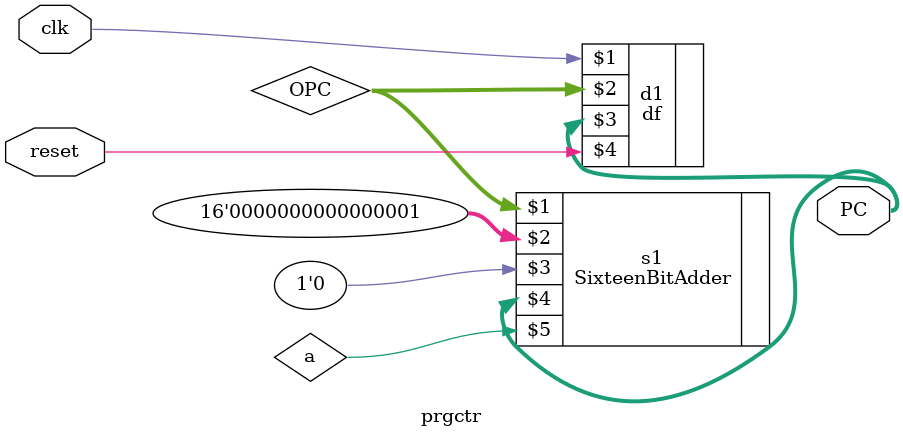
<source format=v>
`include "dff16.v"
`include "16BA.v"
module prgctr( 
    output [15:0] PC, input clk,input reset
);
wire a;
reg [15:0] OPC;
SixteenBitAdder s1( OPC , 16'd1 , 1'b0 , PC , a );
df d1(clk,OPC,PC,reset);
    
endmodule
</source>
